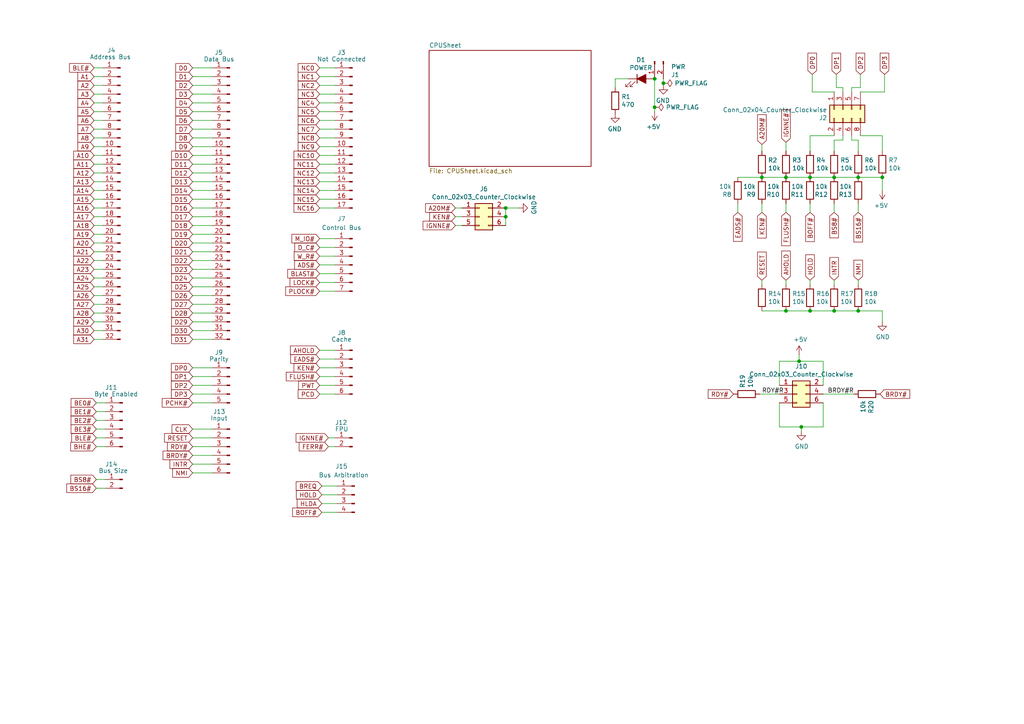
<source format=kicad_sch>
(kicad_sch (version 20211123) (generator eeschema)
  (paper "A4")
  (lib_symbols
    (symbol "Connector:Conn_01x02_Male" (pin_names (offset 1.016) hide)
      (property "Reference" "J" (at 0 2.54 0))
      (property "Value" "Conn_01x02_Male" (at 0 -5.08 0))
      (symbol "Conn_01x02_Male_1_1"
        (pin passive line (at 5.08 0 180) (length 3.81) (name "Pin_1") (number "1"))
        (pin passive line (at 5.08 -2.54 180) (length 3.81) (name "Pin_2") (number "2"))
      )
    )
    (symbol "Connector:Conn_01x04_Male" (pin_names (offset 1.016) hide)
      (property "Reference" "J" (at 0 5.08 0))
      (property "Value" "Conn_01x04_Male" (at 0 -7.62 0))
      (symbol "Conn_01x04_Male_1_1"
        (pin passive line (at 5.08 2.54 180) (length 3.81) (name "Pin_1") (number "1"))
        (pin passive line (at 5.08 0 180) (length 3.81) (name "Pin_2") (number "2"))
        (pin passive line (at 5.08 -2.54 180) (length 3.81) (name "Pin_3") (number "3"))
        (pin passive line (at 5.08 -5.08 180) (length 3.81) (name "Pin_4") (number "4"))
      )
    )
    (symbol "Connector:Conn_01x05_Male" (pin_names (offset 1.016) hide)
      (property "Reference" "J" (at 0 7.62 0))
      (property "Value" "Conn_01x05_Male" (at 0 -7.62 0))
      (symbol "Conn_01x05_Male_1_1"
        (pin passive line (at 5.08 5.08 180) (length 3.81) (name "Pin_1") (number "1"))
        (pin passive line (at 5.08 2.54 180) (length 3.81) (name "Pin_2") (number "2"))
        (pin passive line (at 5.08 0 180) (length 3.81) (name "Pin_3") (number "3"))
        (pin passive line (at 5.08 -2.54 180) (length 3.81) (name "Pin_4") (number "4"))
        (pin passive line (at 5.08 -5.08 180) (length 3.81) (name "Pin_5") (number "5"))
      )
    )
    (symbol "Connector:Conn_01x06_Male" (pin_names (offset 1.016) hide)
      (property "Reference" "J" (at 0 7.62 0))
      (property "Value" "Conn_01x06_Male" (at 0 -10.16 0))
      (symbol "Conn_01x06_Male_1_1"
        (pin passive line (at 5.08 5.08 180) (length 3.81) (name "Pin_1") (number "1"))
        (pin passive line (at 5.08 2.54 180) (length 3.81) (name "Pin_2") (number "2"))
        (pin passive line (at 5.08 0 180) (length 3.81) (name "Pin_3") (number "3"))
        (pin passive line (at 5.08 -2.54 180) (length 3.81) (name "Pin_4") (number "4"))
        (pin passive line (at 5.08 -5.08 180) (length 3.81) (name "Pin_5") (number "5"))
        (pin passive line (at 5.08 -7.62 180) (length 3.81) (name "Pin_6") (number "6"))
      )
    )
    (symbol "Connector:Conn_01x07_Male" (pin_names (offset 1.016) hide)
      (property "Reference" "J" (at 0 10.16 0))
      (property "Value" "Conn_01x07_Male" (at 0 -10.16 0))
      (symbol "Conn_01x07_Male_1_1"
        (pin passive line (at 5.08 7.62 180) (length 3.81) (name "Pin_1") (number "1"))
        (pin passive line (at 5.08 5.08 180) (length 3.81) (name "Pin_2") (number "2"))
        (pin passive line (at 5.08 2.54 180) (length 3.81) (name "Pin_3") (number "3"))
        (pin passive line (at 5.08 0 180) (length 3.81) (name "Pin_4") (number "4"))
        (pin passive line (at 5.08 -2.54 180) (length 3.81) (name "Pin_5") (number "5"))
        (pin passive line (at 5.08 -5.08 180) (length 3.81) (name "Pin_6") (number "6"))
        (pin passive line (at 5.08 -7.62 180) (length 3.81) (name "Pin_7") (number "7"))
      )
    )
    (symbol "Connector:Conn_01x17_Male" (pin_names (offset 1.016) hide)
      (property "Reference" "J" (at 0 22.86 0))
      (property "Value" "Conn_01x17_Male" (at 0 -22.86 0))
      (symbol "Conn_01x17_Male_1_1"
        (pin passive line (at 5.08 20.32 180) (length 3.81) (name "Pin_1") (number "1"))
        (pin passive line (at 5.08 -2.54 180) (length 3.81) (name "Pin_10") (number "10"))
        (pin passive line (at 5.08 -5.08 180) (length 3.81) (name "Pin_11") (number "11"))
        (pin passive line (at 5.08 -7.62 180) (length 3.81) (name "Pin_12") (number "12"))
        (pin passive line (at 5.08 -10.16 180) (length 3.81) (name "Pin_13") (number "13"))
        (pin passive line (at 5.08 -12.7 180) (length 3.81) (name "Pin_14") (number "14"))
        (pin passive line (at 5.08 -15.24 180) (length 3.81) (name "Pin_15") (number "15"))
        (pin passive line (at 5.08 -17.78 180) (length 3.81) (name "Pin_16") (number "16"))
        (pin passive line (at 5.08 -20.32 180) (length 3.81) (name "Pin_17") (number "17"))
        (pin passive line (at 5.08 17.78 180) (length 3.81) (name "Pin_2") (number "2"))
        (pin passive line (at 5.08 15.24 180) (length 3.81) (name "Pin_3") (number "3"))
        (pin passive line (at 5.08 12.7 180) (length 3.81) (name "Pin_4") (number "4"))
        (pin passive line (at 5.08 10.16 180) (length 3.81) (name "Pin_5") (number "5"))
        (pin passive line (at 5.08 7.62 180) (length 3.81) (name "Pin_6") (number "6"))
        (pin passive line (at 5.08 5.08 180) (length 3.81) (name "Pin_7") (number "7"))
        (pin passive line (at 5.08 2.54 180) (length 3.81) (name "Pin_8") (number "8"))
        (pin passive line (at 5.08 0 180) (length 3.81) (name "Pin_9") (number "9"))
      )
    )
    (symbol "Connector:Conn_01x32_Male" (pin_names (offset 1.016) hide)
      (property "Reference" "J" (at 0 40.64 0))
      (property "Value" "Conn_01x32_Male" (at 0 -43.18 0))
      (symbol "Conn_01x32_Male_1_1"
        (pin passive line (at 5.08 38.1 180) (length 3.81) (name "Pin_1") (number "1"))
        (pin passive line (at 5.08 15.24 180) (length 3.81) (name "Pin_10") (number "10"))
        (pin passive line (at 5.08 12.7 180) (length 3.81) (name "Pin_11") (number "11"))
        (pin passive line (at 5.08 10.16 180) (length 3.81) (name "Pin_12") (number "12"))
        (pin passive line (at 5.08 7.62 180) (length 3.81) (name "Pin_13") (number "13"))
        (pin passive line (at 5.08 5.08 180) (length 3.81) (name "Pin_14") (number "14"))
        (pin passive line (at 5.08 2.54 180) (length 3.81) (name "Pin_15") (number "15"))
        (pin passive line (at 5.08 0 180) (length 3.81) (name "Pin_16") (number "16"))
        (pin passive line (at 5.08 -2.54 180) (length 3.81) (name "Pin_17") (number "17"))
        (pin passive line (at 5.08 -5.08 180) (length 3.81) (name "Pin_18") (number "18"))
        (pin passive line (at 5.08 -7.62 180) (length 3.81) (name "Pin_19") (number "19"))
        (pin passive line (at 5.08 35.56 180) (length 3.81) (name "Pin_2") (number "2"))
        (pin passive line (at 5.08 -10.16 180) (length 3.81) (name "Pin_20") (number "20"))
        (pin passive line (at 5.08 -12.7 180) (length 3.81) (name "Pin_21") (number "21"))
        (pin passive line (at 5.08 -15.24 180) (length 3.81) (name "Pin_22") (number "22"))
        (pin passive line (at 5.08 -17.78 180) (length 3.81) (name "Pin_23") (number "23"))
        (pin passive line (at 5.08 -20.32 180) (length 3.81) (name "Pin_24") (number "24"))
        (pin passive line (at 5.08 -22.86 180) (length 3.81) (name "Pin_25") (number "25"))
        (pin passive line (at 5.08 -25.4 180) (length 3.81) (name "Pin_26") (number "26"))
        (pin passive line (at 5.08 -27.94 180) (length 3.81) (name "Pin_27") (number "27"))
        (pin passive line (at 5.08 -30.48 180) (length 3.81) (name "Pin_28") (number "28"))
        (pin passive line (at 5.08 -33.02 180) (length 3.81) (name "Pin_29") (number "29"))
        (pin passive line (at 5.08 33.02 180) (length 3.81) (name "Pin_3") (number "3"))
        (pin passive line (at 5.08 -35.56 180) (length 3.81) (name "Pin_30") (number "30"))
        (pin passive line (at 5.08 -38.1 180) (length 3.81) (name "Pin_31") (number "31"))
        (pin passive line (at 5.08 -40.64 180) (length 3.81) (name "Pin_32") (number "32"))
        (pin passive line (at 5.08 30.48 180) (length 3.81) (name "Pin_4") (number "4"))
        (pin passive line (at 5.08 27.94 180) (length 3.81) (name "Pin_5") (number "5"))
        (pin passive line (at 5.08 25.4 180) (length 3.81) (name "Pin_6") (number "6"))
        (pin passive line (at 5.08 22.86 180) (length 3.81) (name "Pin_7") (number "7"))
        (pin passive line (at 5.08 20.32 180) (length 3.81) (name "Pin_8") (number "8"))
        (pin passive line (at 5.08 17.78 180) (length 3.81) (name "Pin_9") (number "9"))
      )
    )
    (symbol "Connector_Generic:Conn_02x03_Odd_Even" (pin_names (offset 1.016) hide)
      (property "Reference" "J" (at 1.27 5.08 0))
      (property "Value" "Conn_02x03_Odd_Even" (at 1.27 -5.08 0))
      (symbol "Conn_02x03_Odd_Even_1_1"
        (pin passive line (at -5.08 2.54 0) (length 3.81) (name "Pin_1") (number "1"))
        (pin passive line (at 7.62 2.54 180) (length 3.81) (name "Pin_2") (number "2"))
        (pin passive line (at -5.08 0 0) (length 3.81) (name "Pin_3") (number "3"))
        (pin passive line (at 7.62 0 180) (length 3.81) (name "Pin_4") (number "4"))
        (pin passive line (at -5.08 -2.54 0) (length 3.81) (name "Pin_5") (number "5"))
        (pin passive line (at 7.62 -2.54 180) (length 3.81) (name "Pin_6") (number "6"))
      )
    )
    (symbol "Connector_Generic:Conn_02x04_Odd_Even" (pin_names (offset 1.016) hide)
      (property "Reference" "J" (at 1.27 5.08 0))
      (property "Value" "Conn_02x04_Odd_Even" (at 1.27 -7.62 0))
      (symbol "Conn_02x04_Odd_Even_1_1"
        (pin passive line (at -5.08 2.54 0) (length 3.81) (name "Pin_1") (number "1"))
        (pin passive line (at 7.62 2.54 180) (length 3.81) (name "Pin_2") (number "2"))
        (pin passive line (at -5.08 0 0) (length 3.81) (name "Pin_3") (number "3"))
        (pin passive line (at 7.62 0 180) (length 3.81) (name "Pin_4") (number "4"))
        (pin passive line (at -5.08 -2.54 0) (length 3.81) (name "Pin_5") (number "5"))
        (pin passive line (at 7.62 -2.54 180) (length 3.81) (name "Pin_6") (number "6"))
        (pin passive line (at -5.08 -5.08 0) (length 3.81) (name "Pin_7") (number "7"))
        (pin passive line (at 7.62 -5.08 180) (length 3.81) (name "Pin_8") (number "8"))
      )
    )
    (symbol "Device:LED_ALT" (pin_numbers hide) (pin_names (offset 1.016) hide)
      (property "Reference" "D" (at 0 2.54 0))
      (property "Value" "Device_LED_ALT" (at 0 -2.54 0))
      (symbol "LED_ALT_1_1"
        (pin passive line (at -3.81 0 0) (length 2.54) (name "K") (number "1"))
        (pin passive line (at 3.81 0 180) (length 2.54) (name "A") (number "2"))
      )
    )
    (symbol "Device:R" (pin_numbers hide) (pin_names (offset 0))
      (property "Reference" "R" (at 2.032 0 90))
      (property "Value" "R" (at 0 0 90))
      (symbol "R_1_1"
        (pin passive line (at 0 3.81 270) (length 1.27) (name "~") (number "1"))
        (pin passive line (at 0 -3.81 90) (length 1.27) (name "~") (number "2"))
      )
    )
    (symbol "power:+5V" (power) (pin_names (offset 0))
      (property "Value" "+5V" (at 0 3.556 0))
      (symbol "+5V_1_1"
        (pin power_in line (at 0 0 90) (length 0) hide (name "+5V") (number "1"))
      )
    )
    (symbol "power:GND" (power) (pin_names (offset 0))
      (property "Value" "GND" (at 0 -3.81 0))
      (symbol "GND_1_1"
        (pin power_in line (at 0 0 270) (length 0) hide (name "GND") (number "1"))
      )
    )
    (symbol "power:PWR_FLAG" (power) (pin_numbers hide) (pin_names (offset 0) hide)
      (property "Value" "PWR_FLAG" (at 0 3.81 0))
      (symbol "PWR_FLAG_0_0"
        (pin power_out line (at 0 0 90) (length 0) (name "pwr") (number "1"))
      )
    )
  )
  (junction (at 146.685 60.325))
  (junction (at 234.95 90.17))
  (junction (at 146.685 62.865))
  (junction (at 227.965 51.435))
  (junction (at 189.865 31.115))
  (junction (at 234.95 51.435))
  (junction (at 241.935 90.17))
  (junction (at 227.965 90.17))
  (junction (at 248.92 90.17))
  (junction (at 248.92 51.435))
  (junction (at 220.98 51.435))
  (junction (at 231.775 104.775))
  (junction (at 192.405 24.13))
  (junction (at 241.935 51.435))
  (junction (at 255.905 51.435))
  (junction (at 232.41 123.825))
  (junction (at 189.865 22.86))
  (wire (pts (xy 255.905 39.37) (xy 255.905 43.815)))
  (wire (pts (xy 61.595 19.685) (xy 55.88 19.685)))
  (wire (pts (xy 92.71 81.915) (xy 97.155 81.915)))
  (wire (pts (xy 244.475 26.67) (xy 244.475 25.4)))
  (wire (pts (xy 227.965 90.17) (xy 220.98 90.17)))
  (wire (pts (xy 248.92 90.17) (xy 241.935 90.17)))
  (wire (pts (xy 61.595 106.68) (xy 55.88 106.68)))
  (wire (pts (xy 55.88 67.945) (xy 61.595 67.945)))
  (wire (pts (xy 55.88 137.16) (xy 61.595 137.16)))
  (wire (pts (xy 238.76 116.84) (xy 238.76 123.825)))
  (wire (pts (xy 189.865 22.86) (xy 189.865 31.115)))
  (wire (pts (xy 192.405 22.86) (xy 192.405 24.13)))
  (wire (pts (xy 29.845 34.925) (xy 27.305 34.925)))
  (wire (pts (xy 92.71 69.215) (xy 97.155 69.215)))
  (wire (pts (xy 92.71 47.625) (xy 97.155 47.625)))
  (wire (pts (xy 92.71 57.785) (xy 97.155 57.785)))
  (wire (pts (xy 247.015 25.4) (xy 249.555 25.4)))
  (wire (pts (xy 247.015 39.37) (xy 247.015 40.64)))
  (wire (pts (xy 55.88 88.265) (xy 61.595 88.265)))
  (wire (pts (xy 244.475 25.4) (xy 242.57 25.4)))
  (wire (pts (xy 55.88 55.245) (xy 61.595 55.245)))
  (wire (pts (xy 92.71 52.705) (xy 97.155 52.705)))
  (wire (pts (xy 248.92 40.64) (xy 248.92 43.815)))
  (wire (pts (xy 29.845 83.185) (xy 27.305 83.185)))
  (wire (pts (xy 61.595 90.805) (xy 55.88 90.805)))
  (wire (pts (xy 92.71 114.3) (xy 97.155 114.3)))
  (wire (pts (xy 92.71 106.68) (xy 97.155 106.68)))
  (wire (pts (xy 241.935 82.55) (xy 241.935 81.28)))
  (wire (pts (xy 92.71 37.465) (xy 97.155 37.465)))
  (wire (pts (xy 55.88 127) (xy 61.595 127)))
  (wire (pts (xy 190.5 22.86) (xy 189.865 22.86)))
  (wire (pts (xy 92.71 27.305) (xy 97.155 27.305)))
  (wire (pts (xy 55.88 116.84) (xy 61.595 116.84)))
  (wire (pts (xy 92.71 40.005) (xy 97.155 40.005)))
  (wire (pts (xy 227.965 59.055) (xy 227.965 61.595)))
  (wire (pts (xy 55.88 98.425) (xy 61.595 98.425)))
  (wire (pts (xy 27.94 127) (xy 30.48 127)))
  (wire (pts (xy 241.935 90.17) (xy 234.95 90.17)))
  (wire (pts (xy 55.88 83.185) (xy 61.595 83.185)))
  (wire (pts (xy 234.95 59.055) (xy 234.95 61.595)))
  (wire (pts (xy 247.65 114.3) (xy 238.76 114.3)))
  (wire (pts (xy 220.98 51.435) (xy 227.965 51.435)))
  (wire (pts (xy 55.88 132.08) (xy 61.595 132.08)))
  (wire (pts (xy 30.48 139.065) (xy 27.94 139.065)))
  (wire (pts (xy 146.685 60.325) (xy 150.495 60.325)))
  (wire (pts (xy 132.08 60.325) (xy 133.985 60.325)))
  (wire (pts (xy 61.595 111.76) (xy 55.88 111.76)))
  (wire (pts (xy 92.71 55.245) (xy 97.155 55.245)))
  (wire (pts (xy 97.155 84.455) (xy 92.71 84.455)))
  (wire (pts (xy 234.95 39.37) (xy 234.95 43.815)))
  (wire (pts (xy 61.595 70.485) (xy 55.88 70.485)))
  (wire (pts (xy 227.965 43.815) (xy 227.965 41.275)))
  (wire (pts (xy 29.845 62.865) (xy 27.305 62.865)))
  (wire (pts (xy 29.845 70.485) (xy 27.305 70.485)))
  (wire (pts (xy 241.935 51.435) (xy 248.92 51.435)))
  (wire (pts (xy 234.95 90.17) (xy 227.965 90.17)))
  (wire (pts (xy 61.595 114.3) (xy 55.88 114.3)))
  (wire (pts (xy 61.595 24.765) (xy 55.88 24.765)))
  (wire (pts (xy 244.475 40.64) (xy 241.935 40.64)))
  (wire (pts (xy 92.71 29.845) (xy 97.155 29.845)))
  (wire (pts (xy 92.71 19.685) (xy 97.155 19.685)))
  (wire (pts (xy 93.345 148.59) (xy 97.79 148.59)))
  (wire (pts (xy 61.595 109.22) (xy 55.88 109.22)))
  (wire (pts (xy 61.595 42.545) (xy 55.88 42.545)))
  (wire (pts (xy 95.25 129.54) (xy 97.155 129.54)))
  (wire (pts (xy 132.08 62.865) (xy 133.985 62.865)))
  (wire (pts (xy 29.845 42.545) (xy 27.305 42.545)))
  (wire (pts (xy 29.845 93.345) (xy 27.305 93.345)))
  (wire (pts (xy 178.435 22.86) (xy 178.435 25.4)))
  (wire (pts (xy 255.905 90.17) (xy 248.92 90.17)))
  (wire (pts (xy 29.845 78.105) (xy 27.305 78.105)))
  (wire (pts (xy 255.905 93.345) (xy 255.905 90.17)))
  (wire (pts (xy 146.685 62.865) (xy 146.685 65.405)))
  (wire (pts (xy 92.71 22.225) (xy 97.155 22.225)))
  (wire (pts (xy 255.905 51.435) (xy 248.92 51.435)))
  (wire (pts (xy 92.71 76.835) (xy 97.155 76.835)))
  (wire (pts (xy 92.71 60.325) (xy 97.155 60.325)))
  (wire (pts (xy 29.845 55.245) (xy 27.305 55.245)))
  (wire (pts (xy 238.76 104.775) (xy 238.76 111.76)))
  (wire (pts (xy 61.595 29.845) (xy 55.88 29.845)))
  (wire (pts (xy 220.345 114.3) (xy 226.06 114.3)))
  (wire (pts (xy 92.71 71.755) (xy 97.155 71.755)))
  (wire (pts (xy 92.71 101.6) (xy 97.155 101.6)))
  (wire (pts (xy 92.71 74.295) (xy 97.155 74.295)))
  (wire (pts (xy 61.595 75.565) (xy 55.88 75.565)))
  (wire (pts (xy 61.595 34.925) (xy 55.88 34.925)))
  (wire (pts (xy 132.08 65.405) (xy 133.985 65.405)))
  (wire (pts (xy 244.475 39.37) (xy 244.475 40.64)))
  (wire (pts (xy 92.71 111.76) (xy 97.155 111.76)))
  (wire (pts (xy 30.48 129.54) (xy 27.94 129.54)))
  (wire (pts (xy 29.845 19.685) (xy 27.305 19.685)))
  (wire (pts (xy 241.935 26.67) (xy 235.585 26.67)))
  (wire (pts (xy 29.845 47.625) (xy 27.305 47.625)))
  (wire (pts (xy 29.845 90.805) (xy 27.305 90.805)))
  (wire (pts (xy 61.595 57.785) (xy 55.88 57.785)))
  (wire (pts (xy 55.88 93.345) (xy 61.595 93.345)))
  (wire (pts (xy 182.245 22.86) (xy 178.435 22.86)))
  (wire (pts (xy 231.775 102.87) (xy 231.775 104.775)))
  (wire (pts (xy 235.585 26.67) (xy 235.585 21.59)))
  (wire (pts (xy 248.92 82.55) (xy 248.92 81.28)))
  (wire (pts (xy 226.06 116.84) (xy 226.06 123.825)))
  (wire (pts (xy 92.71 24.765) (xy 97.155 24.765)))
  (wire (pts (xy 234.95 82.55) (xy 234.95 81.28)))
  (wire (pts (xy 226.06 123.825) (xy 232.41 123.825)))
  (wire (pts (xy 249.555 39.37) (xy 255.905 39.37)))
  (wire (pts (xy 29.845 37.465) (xy 27.305 37.465)))
  (wire (pts (xy 220.98 59.055) (xy 220.98 61.595)))
  (wire (pts (xy 93.345 140.97) (xy 97.79 140.97)))
  (wire (pts (xy 29.845 52.705) (xy 27.305 52.705)))
  (wire (pts (xy 29.845 32.385) (xy 27.305 32.385)))
  (wire (pts (xy 232.41 123.825) (xy 232.41 125.095)))
  (wire (pts (xy 29.845 80.645) (xy 27.305 80.645)))
  (wire (pts (xy 55.88 73.025) (xy 61.595 73.025)))
  (wire (pts (xy 55.88 32.385) (xy 61.595 32.385)))
  (wire (pts (xy 92.71 34.925) (xy 97.155 34.925)))
  (wire (pts (xy 55.88 50.165) (xy 61.595 50.165)))
  (wire (pts (xy 95.25 127) (xy 97.155 127)))
  (wire (pts (xy 29.845 50.165) (xy 27.305 50.165)))
  (wire (pts (xy 146.685 60.325) (xy 146.685 62.865)))
  (wire (pts (xy 27.305 22.225) (xy 29.845 22.225)))
  (wire (pts (xy 29.845 24.765) (xy 27.305 24.765)))
  (wire (pts (xy 247.015 40.64) (xy 248.92 40.64)))
  (wire (pts (xy 29.845 27.305) (xy 27.305 27.305)))
  (wire (pts (xy 61.595 47.625) (xy 55.88 47.625)))
  (wire (pts (xy 29.845 88.265) (xy 27.305 88.265)))
  (wire (pts (xy 27.94 121.92) (xy 30.48 121.92)))
  (wire (pts (xy 93.345 146.05) (xy 97.79 146.05)))
  (wire (pts (xy 192.405 24.13) (xy 192.405 24.765)))
  (wire (pts (xy 189.865 31.115) (xy 189.865 32.385)))
  (wire (pts (xy 255.905 55.245) (xy 255.905 51.435)))
  (wire (pts (xy 29.845 73.025) (xy 27.305 73.025)))
  (wire (pts (xy 238.76 123.825) (xy 232.41 123.825)))
  (wire (pts (xy 92.71 45.085) (xy 97.155 45.085)))
  (wire (pts (xy 29.845 67.945) (xy 27.305 67.945)))
  (wire (pts (xy 247.015 26.67) (xy 247.015 25.4)))
  (wire (pts (xy 256.54 21.59) (xy 256.54 26.67)))
  (wire (pts (xy 241.935 40.64) (xy 241.935 43.815)))
  (wire (pts (xy 226.06 104.775) (xy 226.06 111.76)))
  (wire (pts (xy 29.845 95.885) (xy 27.305 95.885)))
  (wire (pts (xy 55.88 124.46) (xy 61.595 124.46)))
  (wire (pts (xy 61.595 52.705) (xy 55.88 52.705)))
  (wire (pts (xy 93.345 143.51) (xy 97.79 143.51)))
  (wire (pts (xy 29.845 85.725) (xy 27.305 85.725)))
  (wire (pts (xy 234.95 51.435) (xy 241.935 51.435)))
  (wire (pts (xy 55.88 40.005) (xy 61.595 40.005)))
  (wire (pts (xy 27.94 116.84) (xy 30.48 116.84)))
  (wire (pts (xy 92.71 104.14) (xy 97.155 104.14)))
  (wire (pts (xy 29.845 29.845) (xy 27.305 29.845)))
  (wire (pts (xy 213.995 59.055) (xy 213.995 61.595)))
  (wire (pts (xy 97.155 109.22) (xy 92.71 109.22)))
  (wire (pts (xy 55.88 37.465) (xy 61.595 37.465)))
  (wire (pts (xy 27.94 141.605) (xy 30.48 141.605)))
  (wire (pts (xy 227.965 51.435) (xy 234.95 51.435)))
  (wire (pts (xy 61.595 65.405) (xy 55.88 65.405)))
  (wire (pts (xy 29.845 60.325) (xy 27.305 60.325)))
  (wire (pts (xy 220.98 43.815) (xy 220.98 41.91)))
  (wire (pts (xy 92.71 42.545) (xy 97.155 42.545)))
  (wire (pts (xy 55.88 22.225) (xy 61.595 22.225)))
  (wire (pts (xy 30.48 124.46) (xy 27.94 124.46)))
  (wire (pts (xy 242.57 25.4) (xy 242.57 21.59)))
  (wire (pts (xy 29.845 75.565) (xy 27.305 75.565)))
  (wire (pts (xy 61.595 80.645) (xy 55.88 80.645)))
  (wire (pts (xy 227.965 82.55) (xy 227.965 81.28)))
  (wire (pts (xy 241.935 39.37) (xy 234.95 39.37)))
  (wire (pts (xy 29.845 40.005) (xy 27.305 40.005)))
  (wire (pts (xy 248.92 59.055) (xy 248.92 61.595)))
  (wire (pts (xy 220.98 82.55) (xy 220.98 81.28)))
  (wire (pts (xy 30.48 119.38) (xy 27.94 119.38)))
  (wire (pts (xy 55.88 27.305) (xy 61.595 27.305)))
  (wire (pts (xy 55.88 134.62) (xy 61.595 134.62)))
  (wire (pts (xy 29.845 57.785) (xy 27.305 57.785)))
  (wire (pts (xy 29.845 45.085) (xy 27.305 45.085)))
  (wire (pts (xy 213.995 51.435) (xy 220.98 51.435)))
  (wire (pts (xy 61.595 95.885) (xy 55.88 95.885)))
  (wire (pts (xy 55.88 129.54) (xy 61.595 129.54)))
  (wire (pts (xy 29.845 65.405) (xy 27.305 65.405)))
  (wire (pts (xy 55.88 78.105) (xy 61.595 78.105)))
  (wire (pts (xy 92.71 79.375) (xy 97.155 79.375)))
  (wire (pts (xy 55.88 62.865) (xy 61.595 62.865)))
  (wire (pts (xy 29.845 98.425) (xy 27.305 98.425)))
  (wire (pts (xy 55.88 60.325) (xy 61.595 60.325)))
  (wire (pts (xy 231.775 104.775) (xy 226.06 104.775)))
  (wire (pts (xy 61.595 85.725) (xy 55.88 85.725)))
  (wire (pts (xy 55.88 45.085) (xy 61.595 45.085)))
  (wire (pts (xy 92.71 32.385) (xy 97.155 32.385)))
  (wire (pts (xy 249.555 25.4) (xy 249.555 21.59)))
  (wire (pts (xy 241.935 59.055) (xy 241.935 61.595)))
  (wire (pts (xy 256.54 26.67) (xy 249.555 26.67)))
  (wire (pts (xy 231.775 104.775) (xy 238.76 104.775)))
  (wire (pts (xy 92.71 50.165) (xy 97.155 50.165)))
  (label "BRDY#R" (at 240.03 114.3 0))
  (label "RDY#R" (at 220.98 114.3 0))
  (global_label "DP1" (shape input) (at 242.57 21.59 90) (property "Intersheet References" "${INTERSHEET_REFS}" (effects hide)))
  (global_label "BOFF#" (shape input) (at 234.95 61.595 270) (property "Intersheet References" "${INTERSHEET_REFS}" (effects hide)))
  (global_label "A18" (shape input) (at 27.305 65.405 180) (property "Intersheet References" "${INTERSHEET_REFS}" (effects hide)))
  (global_label "D7" (shape input) (at 55.88 37.465 180) (property "Intersheet References" "${INTERSHEET_REFS}" (effects hide)))
  (global_label "BS16#" (shape input) (at 248.92 61.595 270) (property "Intersheet References" "${INTERSHEET_REFS}" (effects hide)))
  (global_label "D4" (shape input) (at 55.88 29.845 180) (property "Intersheet References" "${INTERSHEET_REFS}" (effects hide)))
  (global_label "IGNNE#" (shape input) (at 132.08 65.405 180) (property "Intersheet References" "${INTERSHEET_REFS}" (effects hide)))
  (global_label "KEN#" (shape input) (at 132.08 62.865 180) (property "Intersheet References" "${INTERSHEET_REFS}" (effects hide)))
  (global_label "A12" (shape input) (at 27.305 50.165 180) (property "Intersheet References" "${INTERSHEET_REFS}" (effects hide)))
  (global_label "BLAST#" (shape input) (at 92.71 79.375 180) (property "Intersheet References" "${INTERSHEET_REFS}" (effects hide)))
  (global_label "M_IO#" (shape input) (at 92.71 69.215 180) (property "Intersheet References" "${INTERSHEET_REFS}" (effects hide)))
  (global_label "W_R#" (shape input) (at 92.71 74.295 180) (property "Intersheet References" "${INTERSHEET_REFS}" (effects hide)))
  (global_label "BOFF#" (shape input) (at 93.345 148.59 180) (property "Intersheet References" "${INTERSHEET_REFS}" (effects hide)))
  (global_label "NC16" (shape input) (at 92.71 60.325 180) (property "Intersheet References" "${INTERSHEET_REFS}" (effects hide)))
  (global_label "FLUSH#" (shape input) (at 227.965 61.595 270) (property "Intersheet References" "${INTERSHEET_REFS}" (effects hide)))
  (global_label "NC0" (shape input) (at 92.71 19.685 180) (property "Intersheet References" "${INTERSHEET_REFS}" (effects hide)))
  (global_label "D16" (shape input) (at 55.88 60.325 180) (property "Intersheet References" "${INTERSHEET_REFS}" (effects hide)))
  (global_label "ADS#" (shape input) (at 92.71 76.835 180) (property "Intersheet References" "${INTERSHEET_REFS}" (effects hide)))
  (global_label "KEN#" (shape input) (at 92.71 106.68 180) (property "Intersheet References" "${INTERSHEET_REFS}" (effects hide)))
  (global_label "INTR" (shape input) (at 55.88 134.62 180) (property "Intersheet References" "${INTERSHEET_REFS}" (effects hide)))
  (global_label "A3" (shape input) (at 27.305 27.305 180) (property "Intersheet References" "${INTERSHEET_REFS}" (effects hide)))
  (global_label "A25" (shape input) (at 27.305 83.185 180) (property "Intersheet References" "${INTERSHEET_REFS}" (effects hide)))
  (global_label "DP2" (shape input) (at 55.88 111.76 180) (property "Intersheet References" "${INTERSHEET_REFS}" (effects hide)))
  (global_label "D_C#" (shape input) (at 92.71 71.755 180) (property "Intersheet References" "${INTERSHEET_REFS}" (effects hide)))
  (global_label "NC14" (shape input) (at 92.71 55.245 180) (property "Intersheet References" "${INTERSHEET_REFS}" (effects hide)))
  (global_label "RDY#" (shape input) (at 212.725 114.3 180) (property "Intersheet References" "${INTERSHEET_REFS}" (effects hide)))
  (global_label "BS16#" (shape input) (at 27.94 141.605 180) (property "Intersheet References" "${INTERSHEET_REFS}" (effects hide)))
  (global_label "A2" (shape input) (at 27.305 24.765 180) (property "Intersheet References" "${INTERSHEET_REFS}" (effects hide)))
  (global_label "D6" (shape input) (at 55.88 34.925 180) (property "Intersheet References" "${INTERSHEET_REFS}" (effects hide)))
  (global_label "D24" (shape input) (at 55.88 80.645 180) (property "Intersheet References" "${INTERSHEET_REFS}" (effects hide)))
  (global_label "BRDY#" (shape input) (at 255.27 114.3 0) (property "Intersheet References" "${INTERSHEET_REFS}" (effects hide)))
  (global_label "D14" (shape input) (at 55.88 55.245 180) (property "Intersheet References" "${INTERSHEET_REFS}" (effects hide)))
  (global_label "D29" (shape input) (at 55.88 93.345 180) (property "Intersheet References" "${INTERSHEET_REFS}" (effects hide)))
  (global_label "D15" (shape input) (at 55.88 57.785 180) (property "Intersheet References" "${INTERSHEET_REFS}" (effects hide)))
  (global_label "DP0" (shape input) (at 235.585 21.59 90) (property "Intersheet References" "${INTERSHEET_REFS}" (effects hide)))
  (global_label "A5" (shape input) (at 27.305 32.385 180) (property "Intersheet References" "${INTERSHEET_REFS}" (effects hide)))
  (global_label "DP1" (shape input) (at 55.88 109.22 180) (property "Intersheet References" "${INTERSHEET_REFS}" (effects hide)))
  (global_label "D2" (shape input) (at 55.88 24.765 180) (property "Intersheet References" "${INTERSHEET_REFS}" (effects hide)))
  (global_label "D17" (shape input) (at 55.88 62.865 180) (property "Intersheet References" "${INTERSHEET_REFS}" (effects hide)))
  (global_label "BREQ" (shape input) (at 93.345 140.97 180) (property "Intersheet References" "${INTERSHEET_REFS}" (effects hide)))
  (global_label "A1" (shape input) (at 27.305 22.225 180) (property "Intersheet References" "${INTERSHEET_REFS}" (effects hide)))
  (global_label "A14" (shape input) (at 27.305 55.245 180) (property "Intersheet References" "${INTERSHEET_REFS}" (effects hide)))
  (global_label "NC15" (shape input) (at 92.71 57.785 180) (property "Intersheet References" "${INTERSHEET_REFS}" (effects hide)))
  (global_label "RDY#" (shape input) (at 55.88 129.54 180) (property "Intersheet References" "${INTERSHEET_REFS}" (effects hide)))
  (global_label "NMI" (shape input) (at 55.88 137.16 180) (property "Intersheet References" "${INTERSHEET_REFS}" (effects hide)))
  (global_label "PWT" (shape input) (at 92.71 111.76 180) (property "Intersheet References" "${INTERSHEET_REFS}" (effects hide)))
  (global_label "A28" (shape input) (at 27.305 90.805 180) (property "Intersheet References" "${INTERSHEET_REFS}" (effects hide)))
  (global_label "A4" (shape input) (at 27.305 29.845 180) (property "Intersheet References" "${INTERSHEET_REFS}" (effects hide)))
  (global_label "RESET" (shape input) (at 55.88 127 180) (property "Intersheet References" "${INTERSHEET_REFS}" (effects hide)))
  (global_label "D3" (shape input) (at 55.88 27.305 180) (property "Intersheet References" "${INTERSHEET_REFS}" (effects hide)))
  (global_label "AHOLD" (shape input) (at 227.965 81.28 90) (property "Intersheet References" "${INTERSHEET_REFS}" (effects hide)))
  (global_label "D0" (shape input) (at 55.88 19.685 180) (property "Intersheet References" "${INTERSHEET_REFS}" (effects hide)))
  (global_label "A9" (shape input) (at 27.305 42.545 180) (property "Intersheet References" "${INTERSHEET_REFS}" (effects hide)))
  (global_label "A21" (shape input) (at 27.305 73.025 180) (property "Intersheet References" "${INTERSHEET_REFS}" (effects hide)))
  (global_label "FERR#" (shape input) (at 95.25 129.54 180) (property "Intersheet References" "${INTERSHEET_REFS}" (effects hide)))
  (global_label "D19" (shape input) (at 55.88 67.945 180) (property "Intersheet References" "${INTERSHEET_REFS}" (effects hide)))
  (global_label "D23" (shape input) (at 55.88 78.105 180) (property "Intersheet References" "${INTERSHEET_REFS}" (effects hide)))
  (global_label "RESET" (shape input) (at 220.98 81.28 90) (property "Intersheet References" "${INTERSHEET_REFS}" (effects hide)))
  (global_label "BLE#" (shape input) (at 27.305 19.685 180) (property "Intersheet References" "${INTERSHEET_REFS}" (effects hide)))
  (global_label "NC2" (shape input) (at 92.71 24.765 180) (property "Intersheet References" "${INTERSHEET_REFS}" (effects hide)))
  (global_label "D28" (shape input) (at 55.88 90.805 180) (property "Intersheet References" "${INTERSHEET_REFS}" (effects hide)))
  (global_label "D11" (shape input) (at 55.88 47.625 180) (property "Intersheet References" "${INTERSHEET_REFS}" (effects hide)))
  (global_label "D25" (shape input) (at 55.88 83.185 180) (property "Intersheet References" "${INTERSHEET_REFS}" (effects hide)))
  (global_label "A26" (shape input) (at 27.305 85.725 180) (property "Intersheet References" "${INTERSHEET_REFS}" (effects hide)))
  (global_label "A30" (shape input) (at 27.305 95.885 180) (property "Intersheet References" "${INTERSHEET_REFS}" (effects hide)))
  (global_label "DP2" (shape input) (at 249.555 21.59 90) (property "Intersheet References" "${INTERSHEET_REFS}" (effects hide)))
  (global_label "D8" (shape input) (at 55.88 40.005 180) (property "Intersheet References" "${INTERSHEET_REFS}" (effects hide)))
  (global_label "EADS#" (shape input) (at 92.71 104.14 180) (property "Intersheet References" "${INTERSHEET_REFS}" (effects hide)))
  (global_label "INTR" (shape input) (at 241.935 81.28 90) (property "Intersheet References" "${INTERSHEET_REFS}" (effects hide)))
  (global_label "A20M#" (shape input) (at 220.98 41.91 90) (property "Intersheet References" "${INTERSHEET_REFS}" (effects hide)))
  (global_label "KEN#" (shape input) (at 220.98 61.595 270) (property "Intersheet References" "${INTERSHEET_REFS}" (effects hide)))
  (global_label "IGNNE#" (shape input) (at 95.25 127 180) (property "Intersheet References" "${INTERSHEET_REFS}" (effects hide)))
  (global_label "IGNNE#" (shape input) (at 227.965 41.275 90) (property "Intersheet References" "${INTERSHEET_REFS}" (effects hide)))
  (global_label "D22" (shape input) (at 55.88 75.565 180) (property "Intersheet References" "${INTERSHEET_REFS}" (effects hide)))
  (global_label "A29" (shape input) (at 27.305 93.345 180) (property "Intersheet References" "${INTERSHEET_REFS}" (effects hide)))
  (global_label "NC9" (shape input) (at 92.71 42.545 180) (property "Intersheet References" "${INTERSHEET_REFS}" (effects hide)))
  (global_label "A20" (shape input) (at 27.305 70.485 180) (property "Intersheet References" "${INTERSHEET_REFS}" (effects hide)))
  (global_label "NMI" (shape input) (at 248.92 81.28 90) (property "Intersheet References" "${INTERSHEET_REFS}" (effects hide)))
  (global_label "D1" (shape input) (at 55.88 22.225 180) (property "Intersheet References" "${INTERSHEET_REFS}" (effects hide)))
  (global_label "NC3" (shape input) (at 92.71 27.305 180) (property "Intersheet References" "${INTERSHEET_REFS}" (effects hide)))
  (global_label "A8" (shape input) (at 27.305 40.005 180) (property "Intersheet References" "${INTERSHEET_REFS}" (effects hide)))
  (global_label "NC12" (shape input) (at 92.71 50.165 180) (property "Intersheet References" "${INTERSHEET_REFS}" (effects hide)))
  (global_label "A27" (shape input) (at 27.305 88.265 180) (property "Intersheet References" "${INTERSHEET_REFS}" (effects hide)))
  (global_label "HOLD" (shape input) (at 93.345 143.51 180) (property "Intersheet References" "${INTERSHEET_REFS}" (effects hide)))
  (global_label "HLDA" (shape input) (at 93.345 146.05 180) (property "Intersheet References" "${INTERSHEET_REFS}" (effects hide)))
  (global_label "NC1" (shape input) (at 92.71 22.225 180) (property "Intersheet References" "${INTERSHEET_REFS}" (effects hide)))
  (global_label "A15" (shape input) (at 27.305 57.785 180) (property "Intersheet References" "${INTERSHEET_REFS}" (effects hide)))
  (global_label "NC10" (shape input) (at 92.71 45.085 180) (property "Intersheet References" "${INTERSHEET_REFS}" (effects hide)))
  (global_label "NC8" (shape input) (at 92.71 40.005 180) (property "Intersheet References" "${INTERSHEET_REFS}" (effects hide)))
  (global_label "D13" (shape input) (at 55.88 52.705 180) (property "Intersheet References" "${INTERSHEET_REFS}" (effects hide)))
  (global_label "AHOLD" (shape input) (at 92.71 101.6 180) (property "Intersheet References" "${INTERSHEET_REFS}" (effects hide)))
  (global_label "A11" (shape input) (at 27.305 47.625 180) (property "Intersheet References" "${INTERSHEET_REFS}" (effects hide)))
  (global_label "A13" (shape input) (at 27.305 52.705 180) (property "Intersheet References" "${INTERSHEET_REFS}" (effects hide)))
  (global_label "BLE#" (shape input) (at 27.94 127 180) (property "Intersheet References" "${INTERSHEET_REFS}" (effects hide)))
  (global_label "A23" (shape input) (at 27.305 78.105 180) (property "Intersheet References" "${INTERSHEET_REFS}" (effects hide)))
  (global_label "NC7" (shape input) (at 92.71 37.465 180) (property "Intersheet References" "${INTERSHEET_REFS}" (effects hide)))
  (global_label "BHE#" (shape input) (at 27.94 129.54 180) (property "Intersheet References" "${INTERSHEET_REFS}" (effects hide)))
  (global_label "HOLD" (shape input) (at 234.95 81.28 90) (property "Intersheet References" "${INTERSHEET_REFS}" (effects hide)))
  (global_label "NC4" (shape input) (at 92.71 29.845 180) (property "Intersheet References" "${INTERSHEET_REFS}" (effects hide)))
  (global_label "A31" (shape input) (at 27.305 98.425 180) (property "Intersheet References" "${INTERSHEET_REFS}" (effects hide)))
  (global_label "PCHK#" (shape input) (at 55.88 116.84 180) (property "Intersheet References" "${INTERSHEET_REFS}" (effects hide)))
  (global_label "BS8#" (shape input) (at 241.935 61.595 270) (property "Intersheet References" "${INTERSHEET_REFS}" (effects hide)))
  (global_label "BE0#" (shape input) (at 27.94 116.84 180) (property "Intersheet References" "${INTERSHEET_REFS}" (effects hide)))
  (global_label "NC6" (shape input) (at 92.71 34.925 180) (property "Intersheet References" "${INTERSHEET_REFS}" (effects hide)))
  (global_label "NC11" (shape input) (at 92.71 47.625 180) (property "Intersheet References" "${INTERSHEET_REFS}" (effects hide)))
  (global_label "D20" (shape input) (at 55.88 70.485 180) (property "Intersheet References" "${INTERSHEET_REFS}" (effects hide)))
  (global_label "BS8#" (shape input) (at 27.94 139.065 180) (property "Intersheet References" "${INTERSHEET_REFS}" (effects hide)))
  (global_label "A17" (shape input) (at 27.305 62.865 180) (property "Intersheet References" "${INTERSHEET_REFS}" (effects hide)))
  (global_label "A22" (shape input) (at 27.305 75.565 180) (property "Intersheet References" "${INTERSHEET_REFS}" (effects hide)))
  (global_label "FLUSH#" (shape input) (at 92.71 109.22 180) (property "Intersheet References" "${INTERSHEET_REFS}" (effects hide)))
  (global_label "PCD" (shape input) (at 92.71 114.3 180) (property "Intersheet References" "${INTERSHEET_REFS}" (effects hide)))
  (global_label "NC13" (shape input) (at 92.71 52.705 180) (property "Intersheet References" "${INTERSHEET_REFS}" (effects hide)))
  (global_label "BE2#" (shape input) (at 27.94 121.92 180) (property "Intersheet References" "${INTERSHEET_REFS}" (effects hide)))
  (global_label "BE1#" (shape input) (at 27.94 119.38 180) (property "Intersheet References" "${INTERSHEET_REFS}" (effects hide)))
  (global_label "D9" (shape input) (at 55.88 42.545 180) (property "Intersheet References" "${INTERSHEET_REFS}" (effects hide)))
  (global_label "DP0" (shape input) (at 55.88 106.68 180) (property "Intersheet References" "${INTERSHEET_REFS}" (effects hide)))
  (global_label "D27" (shape input) (at 55.88 88.265 180) (property "Intersheet References" "${INTERSHEET_REFS}" (effects hide)))
  (global_label "BRDY#" (shape input) (at 55.88 132.08 180) (property "Intersheet References" "${INTERSHEET_REFS}" (effects hide)))
  (global_label "D12" (shape input) (at 55.88 50.165 180) (property "Intersheet References" "${INTERSHEET_REFS}" (effects hide)))
  (global_label "A7" (shape input) (at 27.305 37.465 180) (property "Intersheet References" "${INTERSHEET_REFS}" (effects hide)))
  (global_label "EADS#" (shape input) (at 213.995 61.595 270) (property "Intersheet References" "${INTERSHEET_REFS}" (effects hide)))
  (global_label "D30" (shape input) (at 55.88 95.885 180) (property "Intersheet References" "${INTERSHEET_REFS}" (effects hide)))
  (global_label "D18" (shape input) (at 55.88 65.405 180) (property "Intersheet References" "${INTERSHEET_REFS}" (effects hide)))
  (global_label "D31" (shape input) (at 55.88 98.425 180) (property "Intersheet References" "${INTERSHEET_REFS}" (effects hide)))
  (global_label "A19" (shape input) (at 27.305 67.945 180) (property "Intersheet References" "${INTERSHEET_REFS}" (effects hide)))
  (global_label "A20M#" (shape input) (at 132.08 60.325 180) (property "Intersheet References" "${INTERSHEET_REFS}" (effects hide)))
  (global_label "D26" (shape input) (at 55.88 85.725 180) (property "Intersheet References" "${INTERSHEET_REFS}" (effects hide)))
  (global_label "A10" (shape input) (at 27.305 45.085 180) (property "Intersheet References" "${INTERSHEET_REFS}" (effects hide)))
  (global_label "NC5" (shape input) (at 92.71 32.385 180) (property "Intersheet References" "${INTERSHEET_REFS}" (effects hide)))
  (global_label "A24" (shape input) (at 27.305 80.645 180) (property "Intersheet References" "${INTERSHEET_REFS}" (effects hide)))
  (global_label "A6" (shape input) (at 27.305 34.925 180) (property "Intersheet References" "${INTERSHEET_REFS}" (effects hide)))
  (global_label "DP3" (shape input) (at 256.54 21.59 90) (property "Intersheet References" "${INTERSHEET_REFS}" (effects hide)))
  (global_label "D10" (shape input) (at 55.88 45.085 180) (property "Intersheet References" "${INTERSHEET_REFS}" (effects hide)))
  (global_label "DP3" (shape input) (at 55.88 114.3 180) (property "Intersheet References" "${INTERSHEET_REFS}" (effects hide)))
  (global_label "D5" (shape input) (at 55.88 32.385 180) (property "Intersheet References" "${INTERSHEET_REFS}" (effects hide)))
  (global_label "PLOCK#" (shape input) (at 92.71 84.455 180) (property "Intersheet References" "${INTERSHEET_REFS}" (effects hide)))
  (global_label "BE3#" (shape input) (at 27.94 124.46 180) (property "Intersheet References" "${INTERSHEET_REFS}" (effects hide)))
  (global_label "CLK" (shape input) (at 55.88 124.46 180) (property "Intersheet References" "${INTERSHEET_REFS}" (effects hide)))
  (global_label "LOCK#" (shape input) (at 92.71 81.915 180) (property "Intersheet References" "${INTERSHEET_REFS}" (effects hide)))
  (global_label "D21" (shape input) (at 55.88 73.025 180) (property "Intersheet References" "${INTERSHEET_REFS}" (effects hide)))
  (global_label "A16" (shape input) (at 27.305 60.325 180) (property "Intersheet References" "${INTERSHEET_REFS}" (effects hide)))
  (symbol (lib_id "Connector_Generic:Conn_02x03_Odd_Even") (at 231.14 114.3 0) (unit 1)
    (property "Reference" "J10" (at 232.41 106.2482 0))
    (property "Value" "Conn_02x03_Counter_Clockwise" (at 232.41 108.5596 0))
    (property "Footprint" "Connector_PinHeader_2.54mm:PinHeader_2x03_P2.54mm_Vertical" (effects hide))
  )
  (symbol (lib_id "power:GND") (at 232.41 125.095 0) (unit 1)
    (property "Reference" "#PWR08" (effects hide))
    (property "Value" "GND" (at 232.537 129.4892 0))
  )
  (symbol (lib_id "power:+5V") (at 231.775 102.87 0) (unit 1)
    (property "Reference" "#PWR07" (effects hide))
    (property "Value" "+5V" (at 232.156 98.4758 0))
  )
  (symbol (lib_id "Connector:Conn_01x06_Male") (at 66.675 129.54 0) (mirror y) (unit 1)
    (property "Reference" "J13" (at 65.405 119.38 0) (effects (justify left)))
    (property "Value" "Input" (at 66.04 121.285 0) (effects (justify left)))
    (property "Footprint" "Connector_PinHeader_2.54mm:PinHeader_1x06_P2.54mm_Vertical" (effects hide))
  )
  (symbol (lib_id "Device:R") (at 213.995 55.245 180) (unit 1)
    (property "Reference" "R8" (at 212.217 56.4134 0) (effects (justify left)))
    (property "Value" "10k" (at 212.217 54.102 0) (effects (justify left)))
    (property "Footprint" "Resistor_THT:R_Axial_DIN0204_L3.6mm_D1.6mm_P7.62mm_Horizontal" (effects hide))
  )
  (symbol (lib_id "Device:R") (at 220.98 55.245 180) (unit 1)
    (property "Reference" "R9" (at 219.202 56.4134 0) (effects (justify left)))
    (property "Value" "10k" (at 219.202 54.102 0) (effects (justify left)))
    (property "Footprint" "Resistor_THT:R_Axial_DIN0204_L3.6mm_D1.6mm_P7.62mm_Horizontal" (effects hide))
  )
  (symbol (lib_id "Device:R") (at 220.98 47.625 0) (unit 1)
    (property "Reference" "R2" (at 222.758 46.4566 0) (effects (justify left)))
    (property "Value" "10k" (at 222.758 48.768 0) (effects (justify left)))
    (property "Footprint" "Resistor_THT:R_Axial_DIN0204_L3.6mm_D1.6mm_P7.62mm_Horizontal" (effects hide))
  )
  (symbol (lib_id "Device:R") (at 255.905 47.625 0) (unit 1)
    (property "Reference" "R7" (at 257.683 46.4566 0) (effects (justify left)))
    (property "Value" "10k" (at 257.683 48.768 0) (effects (justify left)))
    (property "Footprint" "Resistor_THT:R_Axial_DIN0204_L3.6mm_D1.6mm_P7.62mm_Horizontal" (effects hide))
  )
  (symbol (lib_id "power:+5V") (at 255.905 55.245 180) (unit 1)
    (property "Reference" "#PWR04" (effects hide))
    (property "Value" "+5V" (at 255.524 59.6392 0))
  )
  (symbol (lib_id "Device:R") (at 248.92 47.625 0) (unit 1)
    (property "Reference" "R6" (at 250.698 46.4566 0) (effects (justify left)))
    (property "Value" "10k" (at 250.698 48.768 0) (effects (justify left)))
    (property "Footprint" "Resistor_THT:R_Axial_DIN0204_L3.6mm_D1.6mm_P7.62mm_Horizontal" (effects hide))
  )
  (symbol (lib_id "Device:R") (at 241.935 47.625 0) (unit 1)
    (property "Reference" "R5" (at 243.713 46.4566 0) (effects (justify left)))
    (property "Value" "10k" (at 243.713 48.768 0) (effects (justify left)))
    (property "Footprint" "Resistor_THT:R_Axial_DIN0204_L3.6mm_D1.6mm_P7.62mm_Horizontal" (effects hide))
  )
  (symbol (lib_id "Device:R") (at 234.95 47.625 0) (unit 1)
    (property "Reference" "R4" (at 236.728 46.4566 0) (effects (justify left)))
    (property "Value" "10k" (at 236.728 48.768 0) (effects (justify left)))
    (property "Footprint" "Resistor_THT:R_Axial_DIN0204_L3.6mm_D1.6mm_P7.62mm_Horizontal" (effects hide))
  )
  (symbol (lib_id "power:PWR_FLAG") (at 189.865 31.115 270) (unit 1)
    (property "Reference" "#FLG02" (effects hide))
    (property "Value" "PWR_FLAG" (at 193.1162 31.115 90) (effects (justify left)))
  )
  (symbol (lib_id "power:PWR_FLAG") (at 192.405 24.13 270) (unit 1)
    (property "Reference" "#FLG01" (effects hide))
    (property "Value" "PWR_FLAG" (at 195.6562 24.13 90) (effects (justify left)))
  )
  (symbol (lib_id "Device:R") (at 216.535 114.3 90) (unit 1)
    (property "Reference" "R19" (at 215.3666 112.522 0) (effects (justify left)))
    (property "Value" "10k" (at 217.678 112.522 0) (effects (justify left)))
    (property "Footprint" "Resistor_THT:R_Axial_DIN0204_L3.6mm_D1.6mm_P7.62mm_Horizontal" (effects hide))
  )
  (symbol (lib_id "Device:R") (at 227.965 55.245 180) (unit 1)
    (property "Reference" "R10" (at 226.187 56.4134 0) (effects (justify left)))
    (property "Value" "10k" (at 226.187 54.102 0) (effects (justify left)))
    (property "Footprint" "Resistor_THT:R_Axial_DIN0204_L3.6mm_D1.6mm_P7.62mm_Horizontal" (effects hide))
  )
  (symbol (lib_id "Device:R") (at 227.965 47.625 0) (unit 1)
    (property "Reference" "R3" (at 229.743 46.4566 0) (effects (justify left)))
    (property "Value" "10k" (at 229.743 48.768 0) (effects (justify left)))
    (property "Footprint" "Resistor_THT:R_Axial_DIN0204_L3.6mm_D1.6mm_P7.62mm_Horizontal" (effects hide))
  )
  (symbol (lib_id "Device:R") (at 251.46 114.3 270) (unit 1)
    (property "Reference" "R20" (at 252.6284 116.078 0) (effects (justify left)))
    (property "Value" "10k" (at 250.317 116.078 0) (effects (justify left)))
    (property "Footprint" "Resistor_THT:R_Axial_DIN0204_L3.6mm_D1.6mm_P7.62mm_Horizontal" (effects hide))
  )
  (symbol (lib_id "Device:LED_ALT") (at 186.055 22.86 0) (unit 1)
    (property "Reference" "D1" (at 185.8772 17.3482 0))
    (property "Value" "POWER" (at 185.8772 19.6596 0))
    (property "Footprint" "LED_THT:LED_D3.0mm" (effects hide))
  )
  (symbol (lib_id "Device:R") (at 178.435 29.21 0) (unit 1)
    (property "Reference" "R1" (at 180.213 28.0416 0) (effects (justify left)))
    (property "Value" "470" (at 180.213 30.353 0) (effects (justify left)))
    (property "Footprint" "Resistor_THT:R_Axial_DIN0204_L3.6mm_D1.6mm_P7.62mm_Horizontal" (effects hide))
  )
  (symbol (lib_id "power:GND") (at 178.435 33.02 0) (mirror y) (unit 1)
    (property "Reference" "#PWR03" (effects hide))
    (property "Value" "GND" (at 178.308 37.4142 0))
  )
  (symbol (lib_id "Device:R") (at 234.95 55.245 180) (unit 1)
    (property "Reference" "R11" (at 233.172 56.4134 0) (effects (justify left)))
    (property "Value" "10k" (at 233.172 54.102 0) (effects (justify left)))
    (property "Footprint" "Resistor_THT:R_Axial_DIN0204_L3.6mm_D1.6mm_P7.62mm_Horizontal" (effects hide))
  )
  (symbol (lib_id "power:GND") (at 255.905 93.345 0) (unit 1)
    (property "Reference" "#PWR06" (effects hide))
    (property "Value" "GND" (at 256.032 97.7392 0))
  )
  (symbol (lib_id "Device:R") (at 248.92 86.36 0) (unit 1)
    (property "Reference" "R18" (at 250.698 85.1916 0) (effects (justify left)))
    (property "Value" "10k" (at 250.698 87.503 0) (effects (justify left)))
    (property "Footprint" "Resistor_THT:R_Axial_DIN0204_L3.6mm_D1.6mm_P7.62mm_Horizontal" (effects hide))
  )
  (symbol (lib_id "Device:R") (at 241.935 86.36 0) (unit 1)
    (property "Reference" "R17" (at 243.713 85.1916 0) (effects (justify left)))
    (property "Value" "10k" (at 243.713 87.503 0) (effects (justify left)))
    (property "Footprint" "Resistor_THT:R_Axial_DIN0204_L3.6mm_D1.6mm_P7.62mm_Horizontal" (effects hide))
  )
  (symbol (lib_id "Device:R") (at 234.95 86.36 0) (unit 1)
    (property "Reference" "R16" (at 236.728 85.1916 0) (effects (justify left)))
    (property "Value" "10k" (at 236.728 87.503 0) (effects (justify left)))
    (property "Footprint" "Resistor_THT:R_Axial_DIN0204_L3.6mm_D1.6mm_P7.62mm_Horizontal" (effects hide))
  )
  (symbol (lib_id "Device:R") (at 227.965 86.36 0) (unit 1)
    (property "Reference" "R15" (at 229.743 85.1916 0) (effects (justify left)))
    (property "Value" "10k" (at 229.743 87.503 0) (effects (justify left)))
    (property "Footprint" "Resistor_THT:R_Axial_DIN0204_L3.6mm_D1.6mm_P7.62mm_Horizontal" (effects hide))
  )
  (symbol (lib_id "Device:R") (at 248.92 55.245 180) (unit 1)
    (property "Reference" "R13" (at 247.142 56.4134 0) (effects (justify left)))
    (property "Value" "10k" (at 247.142 54.102 0) (effects (justify left)))
    (property "Footprint" "Resistor_THT:R_Axial_DIN0204_L3.6mm_D1.6mm_P7.62mm_Horizontal" (effects hide))
  )
  (symbol (lib_id "Connector_Generic:Conn_02x03_Odd_Even") (at 139.065 62.865 0) (unit 1)
    (property "Reference" "J6" (at 140.335 54.8132 0))
    (property "Value" "Conn_02x03_Counter_Clockwise" (at 140.335 57.1246 0))
    (property "Footprint" "Connector_PinHeader_2.54mm:PinHeader_2x03_P2.54mm_Vertical" (effects hide))
  )
  (symbol (lib_id "Connector:Conn_01x02_Male") (at 35.56 139.065 0) (mirror y) (unit 1)
    (property "Reference" "J14" (at 30.48 134.62 0) (effects (justify right)))
    (property "Value" "Bus Size" (at 28.575 136.525 0) (effects (justify right)))
    (property "Footprint" "Connector_PinHeader_2.54mm:PinHeader_1x02_P2.54mm_Vertical" (effects hide))
  )
  (symbol (lib_id "Connector:Conn_01x02_Male") (at 102.235 127 0) (mirror y) (unit 1)
    (property "Reference" "J12" (at 97.155 122.555 0) (effects (justify right)))
    (property "Value" "FPU" (at 97.155 124.46 0) (effects (justify right)))
    (property "Footprint" "Connector_PinHeader_2.54mm:PinHeader_1x02_P2.54mm_Vertical" (effects hide))
  )
  (symbol (lib_id "power:+5V") (at 189.865 32.385 180) (unit 1)
    (property "Reference" "#PWR02" (effects hide))
    (property "Value" "+5V" (at 189.484 36.7792 0))
  )
  (symbol (lib_id "Device:R") (at 220.98 86.36 0) (unit 1)
    (property "Reference" "R14" (at 222.758 85.1916 0) (effects (justify left)))
    (property "Value" "10k" (at 222.758 87.503 0) (effects (justify left)))
    (property "Footprint" "Resistor_THT:R_Axial_DIN0204_L3.6mm_D1.6mm_P7.62mm_Horizontal" (effects hide))
  )
  (symbol (lib_id "Connector:Conn_01x02_Male") (at 189.865 17.78 90) (mirror x) (unit 1)
    (property "Reference" "J1" (at 194.6402 21.6916 90) (effects (justify right)))
    (property "Value" "PWR" (at 194.6402 19.3802 90) (effects (justify right)))
    (property "Footprint" "Connector_PinHeader_2.54mm:PinHeader_1x02_P2.54mm_Vertical" (effects hide))
  )
  (symbol (lib_id "power:GND") (at 192.405 24.765 0) (mirror y) (unit 1)
    (property "Reference" "#PWR01" (effects hide))
    (property "Value" "GND" (at 192.278 29.1592 0))
  )
  (symbol (lib_id "Connector:Conn_01x05_Male") (at 66.675 111.76 0) (mirror y) (unit 1)
    (property "Reference" "J9" (at 63.5 102.235 0))
    (property "Value" "Parity" (at 63.5 104.14 0))
    (property "Footprint" "Connector_PinHeader_2.54mm:PinHeader_1x05_P2.54mm_Vertical" (effects hide))
  )
  (symbol (lib_id "Connector:Conn_01x17_Male") (at 102.235 40.005 0) (mirror y) (unit 1)
    (property "Reference" "J3" (at 99.06 15.24 0))
    (property "Value" "Not Connected" (at 99.06 17.145 0))
    (property "Footprint" "Connector_PinHeader_2.54mm:PinHeader_1x17_P2.54mm_Vertical" (effects hide))
  )
  (symbol (lib_id "Connector:Conn_01x32_Male") (at 66.675 57.785 0) (mirror y) (unit 1)
    (property "Reference" "J5" (at 62.23 15.24 0) (effects (justify right)))
    (property "Value" "Data Bus" (at 59.055 17.145 0) (effects (justify right)))
    (property "Footprint" "Connector_PinHeader_2.54mm:PinHeader_1x32_P2.54mm_Vertical" (effects hide))
  )
  (symbol (lib_id "Connector:Conn_01x07_Male") (at 102.235 76.835 0) (mirror y) (unit 1)
    (property "Reference" "J7" (at 99.06 63.5 0))
    (property "Value" "Control Bus" (at 99.06 66.04 0))
    (property "Footprint" "Connector_PinHeader_2.54mm:PinHeader_1x07_P2.54mm_Vertical" (effects hide))
  )
  (symbol (lib_id "Connector:Conn_01x04_Male") (at 102.87 143.51 0) (mirror y) (unit 1)
    (property "Reference" "J15" (at 99.06 135.255 0))
    (property "Value" "Bus Arbitration" (at 99.695 137.795 0))
    (property "Footprint" "Connector_PinHeader_2.54mm:PinHeader_1x04_P2.54mm_Vertical" (effects hide))
  )
  (symbol (lib_id "Connector:Conn_01x06_Male") (at 102.235 106.68 0) (mirror y) (unit 1)
    (property "Reference" "J8" (at 99.06 96.52 0))
    (property "Value" "Cache" (at 99.06 98.425 0))
    (property "Footprint" "Connector_PinHeader_2.54mm:PinHeader_1x06_P2.54mm_Vertical" (effects hide))
  )
  (symbol (lib_id "Connector:Conn_01x32_Male") (at 34.925 57.785 0) (mirror y) (unit 1)
    (property "Reference" "J4" (at 31.115 14.605 0) (effects (justify right)))
    (property "Value" "Address Bus" (at 26.035 16.51 0) (effects (justify right)))
    (property "Footprint" "Connector_PinHeader_2.54mm:PinHeader_1x32_P2.54mm_Vertical" (effects hide))
  )
  (symbol (lib_id "power:GND") (at 150.495 60.325 90) (unit 1)
    (property "Reference" "#PWR05" (effects hide))
    (property "Value" "GND" (at 154.8892 60.198 0))
  )
  (symbol (lib_id "Connector:Conn_01x06_Male") (at 35.56 121.92 0) (mirror y) (unit 1)
    (property "Reference" "J11" (at 30.48 112.395 0) (effects (justify right)))
    (property "Value" "Byte Enabled" (at 27.305 114.3 0) (effects (justify right)))
    (property "Footprint" "Connector_PinHeader_2.54mm:PinHeader_1x06_P2.54mm_Vertical" (effects hide))
  )
  (symbol (lib_id "Connector_Generic:Conn_02x04_Odd_Even") (at 244.475 31.75 90) (mirror x) (unit 1)
    (property "Reference" "J2" (at 239.903 34.1884 90) (effects (justify left)))
    (property "Value" "Conn_02x04_Counter_Clockwise" (at 239.903 31.877 90) (effects (justify left)))
    (property "Footprint" "Connector_PinHeader_2.54mm:PinHeader_2x04_P2.54mm_Vertical" (effects hide))
  )
  (symbol (lib_id "Device:R") (at 241.935 55.245 180) (unit 1)
    (property "Reference" "R12" (at 240.157 56.4134 0) (effects (justify left)))
    (property "Value" "10k" (at 240.157 54.102 0) (effects (justify left)))
    (property "Footprint" "Resistor_THT:R_Axial_DIN0204_L3.6mm_D1.6mm_P7.62mm_Horizontal" (effects hide))
  )
  (sheet (at 124.46 14.605) (size 46.99 33.655)
    (property "Sheet name" "CPUSheet" (at 124.46 13.8934 0) (effects (justify left bottom)))
    (property "Sheet file" "CPUSheet.kicad_sch" (at 124.46 48.8446 0) (effects (justify left top)))
  )
)
</source>
